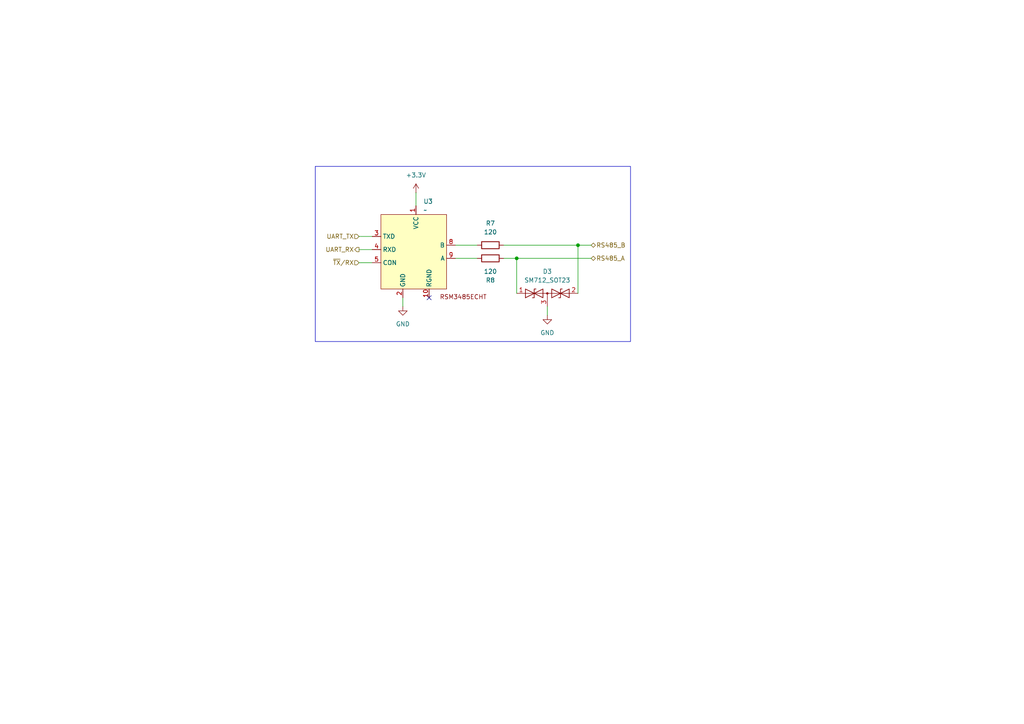
<source format=kicad_sch>
(kicad_sch (version 20250114) (generator "eeschema") (generator_version "9.0")
  (paper "A4")
  (lib_symbols
    (symbol "Device:R" (pin_numbers (hide yes)) (pin_names (offset 0))
      (property "Reference" "R" (at 2.032 0 90))
      (property "Value" "R" (at 0 0 90))
      (symbol "R_0_1"
        (rectangle (start -1.016 -2.54) (end 1.016 2.54) (stroke (width 0.254)))
      )
      (symbol "R_1_1"
        (pin passive line (at 0 3.81 270) (length 1.27) (name "~") (number "1"))
        (pin passive line (at 0 -3.81 90) (length 1.27) (name "~") (number "2"))
      )
    )
    (symbol "Diode:SM712_SOT23" (pin_names (offset 1.016) (hide yes))
      (property "Reference" "D" (at 0 4.445 0))
      (property "Value" "SM712_SOT23" (at 0 2.54 0))
      (symbol "SM712_SOT23_0_0"
        (polyline (pts (xy 0 -1.27) (xy 0 0)))
      )
      (symbol "SM712_SOT23_0_1"
        (polyline (pts (xy -6.35 0) (xy 6.35 0)))
        (polyline (pts (xy -6.35 -1.27) (xy -1.27 1.27) (xy -1.27 -1.27) (xy -6.35 1.27) (xy -6.35 -1.27)) (stroke (width 0.2032)))
        (polyline (pts (xy -3.302 1.27) (xy -3.81 1.27) (xy -3.81 -1.27) (xy -4.318 -1.27)) (stroke (width 0.2032)))
        (circle (center 0 0) (radius 0.254) (fill (type outline)))
        (polyline (pts (xy 1.27 -1.27) (xy 1.27 1.27) (xy 6.35 -1.27) (xy 6.35 1.27) (xy 1.27 -1.27)) (stroke (width 0.2032)))
        (polyline (pts (xy 4.318 1.27) (xy 3.81 1.27) (xy 3.81 -1.27) (xy 3.302 -1.27)) (stroke (width 0.2032)))
      )
      (symbol "SM712_SOT23_1_1"
        (pin passive line (at -8.89 0 0) (length 2.54) (name "A1") (number "1"))
        (pin input line (at 0 -3.81 90) (length 2.54) (name "common") (number "3"))
        (pin passive line (at 8.89 0 180) (length 2.54) (name "A2") (number "2"))
      )
    )
    (symbol "Riqi_Parts:YLPTEC_RSM3485ECHT"
      (property "Reference" "U" (at 1.778 1.016 0))
      (symbol "YLPTEC_RSM3485ECHT_1_1"
        (rectangle (start -15.24 -1.27) (end 3.81 -22.86) (fill (type background)))
        (text "RSM3485ECHT" (at 8.636 -25.146 0) (effects (font (size 1.27 1.27))))
        (pin bidirectional line (at -17.78 -7.62 0) (length 2.54) (name "TXD") (number "3"))
        (pin bidirectional line (at -17.78 -11.43 0) (length 2.54) (name "RXD") (number "4"))
        (pin bidirectional line (at -17.78 -15.24 0) (length 2.54) (name "CON") (number "5"))
        (pin power_in line (at -8.89 -25.4 90) (length 2.54) (name "GND") (number "2"))
        (pin power_in line (at -5.08 1.27 270) (length 2.54) (name "VCC") (number "1"))
        (pin power_in line (at -1.27 -25.4 90) (length 2.54) (name "RGND") (number "10"))
        (pin bidirectional line (at 6.35 -10.16 180) (length 2.54) (name "B") (number "8"))
        (pin bidirectional line (at 6.35 -13.97 180) (length 2.54) (name "A") (number "9"))
      )
    )
    (symbol "power:+3.3V" (power) (pin_numbers (hide yes)) (pin_names (offset 0) (hide yes))
      (property "Value" "+3.3V" (at 0 3.556 0))
      (symbol "+3.3V_0_1"
        (polyline (pts (xy -0.762 1.27) (xy 0 2.54)))
        (polyline (pts (xy 0 2.54) (xy 0.762 1.27)))
        (polyline (pts (xy 0 0) (xy 0 2.54)))
      )
      (symbol "+3.3V_1_1"
        (pin power_in line (at 0 0 90) (length 0) (name "~") (number "1"))
      )
    )
    (symbol "power:GND" (power) (pin_numbers (hide yes)) (pin_names (offset 0) (hide yes))
      (property "Value" "GND" (at 0 -3.81 0))
      (symbol "GND_0_1"
        (polyline (pts (xy 0 0) (xy 0 -1.27) (xy 1.27 -1.27) (xy 0 -2.54) (xy -1.27 -1.27) (xy 0 -1.27)))
      )
      (symbol "GND_1_1"
        (pin power_in line (at 0 0 270) (length 0) (name "~") (number "1"))
      )
    )
  )
  (rectangle (start 91.44 48.26) (end 182.88 99.06))
  (junction (at 149.86 74.93))
  (junction (at 167.64 71.12))
  (no_connect (at 124.46 86.36))
  (wire (pts (xy 132.08 74.93) (xy 138.43 74.93)))
  (wire (pts (xy 149.86 74.93) (xy 171.45 74.93)))
  (wire (pts (xy 158.75 88.9) (xy 158.75 91.44)))
  (wire (pts (xy 132.08 71.12) (xy 138.43 71.12)))
  (wire (pts (xy 167.64 71.12) (xy 167.64 85.09)))
  (wire (pts (xy 116.84 86.36) (xy 116.84 88.9)))
  (wire (pts (xy 120.65 55.88) (xy 120.65 59.69)))
  (wire (pts (xy 167.64 71.12) (xy 171.45 71.12)))
  (wire (pts (xy 104.14 76.2) (xy 107.95 76.2)))
  (wire (pts (xy 146.05 74.93) (xy 149.86 74.93)))
  (wire (pts (xy 104.14 68.58) (xy 107.95 68.58)))
  (wire (pts (xy 146.05 71.12) (xy 167.64 71.12)))
  (wire (pts (xy 149.86 74.93) (xy 149.86 85.09)))
  (wire (pts (xy 104.14 72.39) (xy 107.95 72.39)))
  (hierarchical_label "UART_RX" (shape output) (at 104.14 72.39 180))
  (hierarchical_label "RS485_A" (shape bidirectional) (at 171.45 74.93 0))
  (hierarchical_label "~{TX}{slash}RX" (shape input) (at 104.14 76.2 180))
  (hierarchical_label "UART_TX" (shape input) (at 104.14 68.58 180))
  (hierarchical_label "RS485_B" (shape bidirectional) (at 171.45 71.12 0))
  (symbol (lib_id "power:GND") (at 116.84 88.9 0) (unit 1)
    (property "Reference" "#PWR024" (effects (hide yes)))
    (property "Value" "GND" (at 116.84 93.98 0))
    (property "Description" "Power symbol creates a global label with name \"GND\" , ground" (effects (hide yes)))
    (instances (project "" (path "" (reference "#PWR024") (unit 1))) (project "NIVARA_ZorionX_BOARD" (path "" (reference "#PWR?") (unit 1))))
  )
  (symbol (lib_id "Device:R") (at 142.24 71.12 90) (unit 1)
    (property "Reference" "R7" (at 142.24 64.77 90))
    (property "Value" "120" (at 142.24 67.31 90))
    (property "Footprint" "Resistor_SMD:R_0603_1608Metric" (effects (hide yes)))
    (property "Description" "Resistor" (effects (hide yes)))
    (instances (project "" (path "" (reference "R7") (unit 1))) (project "NIVARA_ZorionX_BOARD" (path "" (reference "R?") (unit 1))))
  )
  (symbol (lib_id "Riqi_Parts:YLPTEC_RSM3485ECHT") (at 125.73 60.96 0) (unit 1)
    (property "Reference" "U3" (at 122.7933 58.42 0) (effects (justify left)))
    (property "Value" "~" (at 122.7933 60.96 0) (effects (justify left)))
    (property "Footprint" "Riqi_Parts:YLPTEC RSM3485ECHT" (effects (hide yes)))
    (property "Datasheet" "https://lcsc.com/datasheet/lcsc_datasheet_2411051508_YLPTEC-RSM3485ECHT_C2992406.pdf" (effects (hide yes)))
    (property "Description" "RS485 ISOLATED MODULE" (effects (hide yes)))
    (instances (project "" (path "" (reference "U3") (unit 1))) (project "NIVARA_ZorionX_BOARD" (path "" (reference "U?") (unit 1))))
  )
  (symbol (lib_id "Diode:SM712_SOT23") (at 158.75 85.09 0) (unit 1)
    (property "Reference" "D3" (at 158.75 78.74 0))
    (property "Value" "SM712_SOT23" (at 158.75 81.28 0))
    (property "Footprint" "Package_TO_SOT_SMD:SOT-23" (effects (hide yes)))
    (property "Datasheet" "https://www.littelfuse.com/~/media/electronics/datasheets/tvs_diode_arrays/littelfuse_tvs_diode_array_sm712_datasheet.pdf.pdf" (effects (hide yes)))
    (property "Description" "7V/12V, 600W Asymmetrical TVS Diode Array, SOT-23" (effects (hide yes)))
    (instances (project "" (path "" (reference "D3") (unit 1))) (project "NIVARA_ZorionX_BOARD" (path "" (reference "D?") (unit 1))))
  )
  (symbol (lib_id "Device:R") (at 142.24 74.93 90) (mirror x) (unit 1)
    (property "Reference" "R8" (at 142.24 81.28 90))
    (property "Value" "120" (at 142.24 78.74 90))
    (property "Footprint" "Resistor_SMD:R_0603_1608Metric" (effects (hide yes)))
    (property "Description" "Resistor" (effects (hide yes)))
    (instances (project "NIVARA" (path "" (reference "R8") (unit 1))) (project "NIVARA_ZorionX_BOARD" (path "" (reference "R?") (unit 1))))
  )
  (symbol (lib_id "power:+3.3V") (at 120.65 55.88 0) (unit 1)
    (property "Reference" "#PWR025" (effects (hide yes)))
    (property "Value" "+3.3V" (at 120.65 50.8 0))
    (property "Description" "Power symbol creates a global label with name \"+3.3V\"" (effects (hide yes)))
    (instances (project "" (path "" (reference "#PWR025") (unit 1))) (project "NIVARA_ZorionX_BOARD" (path "" (reference "#PWR?") (unit 1))))
  )
  (symbol (lib_id "power:GND") (at 158.75 91.44 0) (unit 1)
    (property "Reference" "#PWR026" (effects (hide yes)))
    (property "Value" "GND" (at 158.75 96.52 0))
    (property "Description" "Power symbol creates a global label with name \"GND\" , ground" (effects (hide yes)))
    (instances (project "NIVARA" (path "" (reference "#PWR026") (unit 1))) (project "NIVARA_ZorionX_BOARD" (path "" (reference "#PWR?") (unit 1))))
  )
)
</source>
